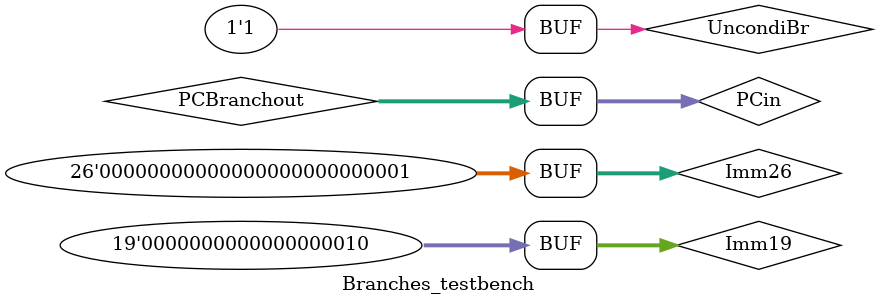
<source format=sv>
`timescale 1ns/10ps

module Branches(PCBranchout, PCin, Imm26, Imm19, UncondiBr);
	output logic [63:0] PCBranchout;
	input logic [63:0] PCin;
	input logic [25:0] Imm26;
	input logic [18:0] Imm19;
	input logic UncondiBr;

	logic [63:0] Imm26Extended, Imm19Extended;
	assign Imm26Extended = {{39{Imm26[25]}} ,Imm26[24:0]};
	assign Imm19Extended = {{46{Imm19[18]}} ,Imm19[17:0]};
	
	logic [63:0] Imm26Shifted, Imm19Shifted;
	shifter s26 (.value(Imm26Extended), .direction(1'b0), .distance(2), .result(Imm26Shifted));
	shifter s19 (.value(Imm19Extended), .direction(1'b0), .distance(2), .result(Imm19Shifted));
	
	logic [63:0] muxOut;
	
	TwoToOneMux64bit mux1(.out(muxOut), .a(Imm26Shifted), .b(Imm19Shifted), .control(UncondiBr));
	
	ALU alu (.A(muxOut), .B(PCin), .cntrl(3'b010), .result(PCBranchout));
	
endmodule

module Branches_testbench;
	logic [63:0] PCBranchout, PCin;
	logic [25:0] Imm26;
	logic [18:0] Imm19;
	logic UncondiBr;
	
	initial begin
	Imm26 = 26'b00000000000000000000000001;
	Imm19 = 19'b0000000000000000010;
	PCin = 64'b0;
	UncondiBr = 0; #1200;
	PCin = PCBranchout;
	UncondiBr = 1; #1200;
	PCin = PCBranchout;
	UncondiBr = 0; #1200;
	PCin = PCBranchout;
	UncondiBr = 1; #1200;
	PCin = PCBranchout;
	end

	Branches dut (.PCBranchout, .PCin, .Imm26, .Imm19, .UncondiBr);
	
endmodule
</source>
